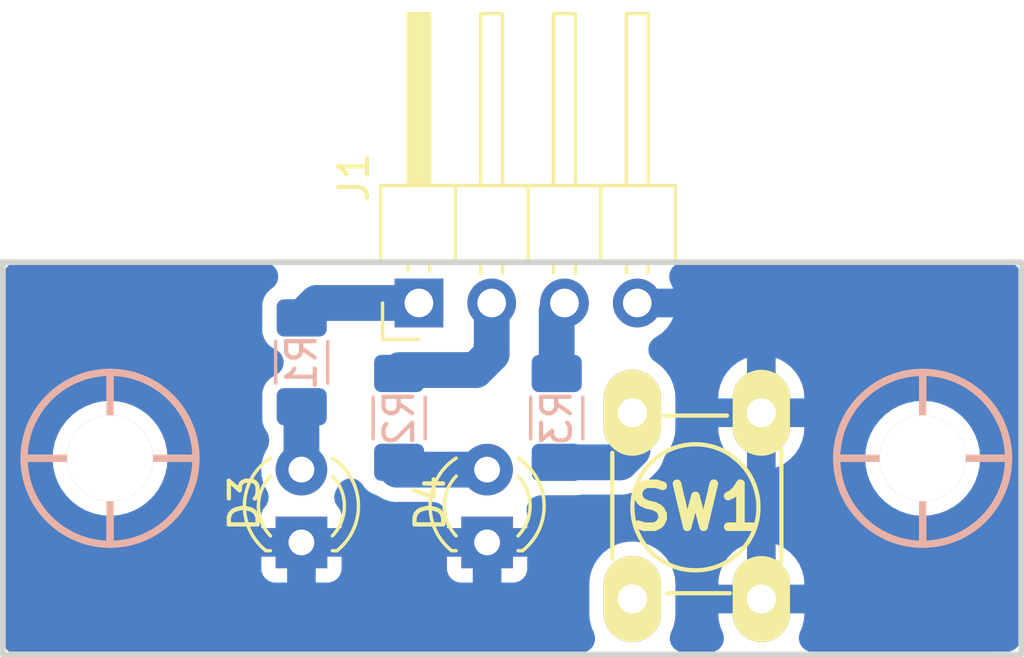
<source format=kicad_pcb>
(kicad_pcb (version 20221018) (generator pcbnew)
  (layers (0 "F.Cu" signal) (31 "B.Cu" signal) (34 "B.Paste" user) (35 "F.Paste" user) (36 "B.SilkS" user "B.Silkscreen") (37 "F.SilkS" user "F.Silkscreen") (38 "B.Mask" user) (39 "F.Mask" user) (44 "Edge.Cuts" user))
  (net 0 "")
  (net 1 "GND")
  (net 2 "Net-(D3-A)")
  (net 3 "Net-(D4-A)")
  (net 4 "/BT_Config")
  (net 5 "/LED_ConfigBT")
  (net 6 "/LED_ConfigWIFI")
  (net 7 "Net-(R3-Pad2)")
  (footprint "EESTN5:hole_3mm" (layer "F.Cu") (at 240.16 82.64)
    (fp_text reference "hole_3mm" hide)
    (fp_text value "VAL**" hide)
    (fp_circle (center 0 0) (end 3 0) (stroke (width 0.254)) (fill none) (layer "F.Cu"))
    (fp_line (start -3 0) (end 3 0) (stroke (width 0.254)) (layer "B.SilkS"))
    (fp_line (start 0 -3) (end 0 3) (stroke (width 0.254)) (layer "B.SilkS"))
    (fp_circle (center 0 0) (end 3 0) (stroke (width 0.254)) (fill none) (layer "B.SilkS"))
    (fp_line (start -3 0) (end 3 0) (stroke (width 0.254)) (layer "F.SilkS"))
    (fp_line (start 0 -3) (end 0 3) (stroke (width 0.254)) (layer "F.SilkS"))
    (pad "1" thru_hole circle (at 0 0) (size 3 3) (drill 3) (layers "*.Cu" "F.SilkS"))
  )
  (footprint "EESTN5:hole_3mm" (layer "F.Cu") (at 211.8 82.64)
    (fp_text reference "hole_3mm" hide)
    (fp_text value "VAL**" hide)
    (fp_circle (center 0 0) (end 3 0) (stroke (width 0.254)) (fill none) (layer "F.Cu"))
    (fp_line (start -3 0) (end 3 0) (stroke (width 0.254)) (layer "B.SilkS"))
    (fp_line (start 0 -3) (end 0 3) (stroke (width 0.254)) (layer "B.SilkS"))
    (fp_circle (center 0 0) (end 3 0) (stroke (width 0.254)) (fill none) (layer "B.SilkS"))
    (fp_line (start -3 0) (end 3 0) (stroke (width 0.254)) (layer "F.SilkS"))
    (fp_line (start 0 -3) (end 0 3) (stroke (width 0.254)) (layer "F.SilkS"))
    (pad "1" thru_hole circle (at 0 0) (size 3 3) (drill 3) (layers "*.Cu" "F.SilkS"))
  )
  (footprint "Connector_PinHeader_2.54mm:PinHeader_1x04_P2.54mm_Horizontal" (layer "F.Cu") (at 222.58 77.22 90)
    (fp_text reference "J1" (at 4.385 -2.27 90) (layer "F.SilkS"))
    (fp_text value "Screw_Terminal_01x04" hide)
    (fp_line (start -1.27 -1.27) (end 0 -1.27) (stroke (width 0.12)) (layer "F.SilkS"))
    (fp_line (start -1.27 0) (end -1.27 -1.27) (stroke (width 0.12)) (layer "F.SilkS"))
    (fp_line (start 1.042929 2.16) (end 1.44 2.16) (stroke (width 0.12)) (layer "F.SilkS"))
    (fp_line (start 1.042929 2.92) (end 1.44 2.92) (stroke (width 0.12)) (layer "F.SilkS"))
    (fp_line (start 1.042929 4.7) (end 1.44 4.7) (stroke (width 0.12)) (layer "F.SilkS"))
    (fp_line (start 1.042929 5.46) (end 1.44 5.46) (stroke (width 0.12)) (layer "F.SilkS"))
    (fp_line (start 1.042929 7.24) (end 1.44 7.24) (stroke (width 0.12)) (layer "F.SilkS"))
    (fp_line (start 1.042929 8) (end 1.44 8) (stroke (width 0.12)) (layer "F.SilkS"))
    (fp_line (start 1.11 -0.38) (end 1.44 -0.38) (stroke (width 0.12)) (layer "F.SilkS"))
    (fp_line (start 1.11 0.38) (end 1.44 0.38) (stroke (width 0.12)) (layer "F.SilkS"))
    (fp_line (start 1.44 -1.33) (end 1.44 8.95) (stroke (width 0.12)) (layer "F.SilkS"))
    (fp_line (start 1.44 1.27) (end 4.1 1.27) (stroke (width 0.12)) (layer "F.SilkS"))
    (fp_line (start 1.44 3.81) (end 4.1 3.81) (stroke (width 0.12)) (layer "F.SilkS"))
    (fp_line (start 1.44 6.35) (end 4.1 6.35) (stroke (width 0.12)) (layer "F.SilkS"))
    (fp_line (start 1.44 8.95) (end 4.1 8.95) (stroke (width 0.12)) (layer "F.SilkS"))
    (fp_line (start 4.1 -1.33) (end 1.44 -1.33) (stroke (width 0.12)) (layer "F.SilkS"))
    (fp_line (start 4.1 -0.38) (end 10.1 -0.38) (stroke (width 0.12)) (layer "F.SilkS"))
    (fp_line (start 4.1 -0.32) (end 10.1 -0.32) (stroke (width 0.12)) (layer "F.SilkS"))
    (fp_line (start 4.1 -0.2) (end 10.1 -0.2) (stroke (width 0.12)) (layer "F.SilkS"))
    (fp_line (start 4.1 -0.08) (end 10.1 -0.08) (stroke (width 0.12)) (layer "F.SilkS"))
    (fp_line (start 4.1 0.04) (end 10.1 0.04) (stroke (width 0.12)) (layer "F.SilkS"))
    (fp_line (start 4.1 0.16) (end 10.1 0.16) (stroke (width 0.12)) (layer "F.SilkS"))
    (fp_line (start 4.1 0.28) (end 10.1 0.28) (stroke (width 0.12)) (layer "F.SilkS"))
    (fp_line (start 4.1 2.16) (end 10.1 2.16) (stroke (width 0.12)) (layer "F.SilkS"))
    (fp_line (start 4.1 4.7) (end 10.1 4.7) (stroke (width 0.12)) (layer "F.SilkS"))
    (fp_line (start 4.1 7.24) (end 10.1 7.24) (stroke (width 0.12)) (layer "F.SilkS"))
    (fp_line (start 4.1 8.95) (end 4.1 -1.33) (stroke (width 0.12)) (layer "F.SilkS"))
    (fp_line (start 10.1 -0.38) (end 10.1 0.38) (stroke (width 0.12)) (layer "F.SilkS"))
    (fp_line (start 10.1 0.38) (end 4.1 0.38) (stroke (width 0.12)) (layer "F.SilkS"))
    (fp_line (start 10.1 2.16) (end 10.1 2.92) (stroke (width 0.12)) (layer "F.SilkS"))
    (fp_line (start 10.1 2.92) (end 4.1 2.92) (stroke (width 0.12)) (layer "F.SilkS"))
    (fp_line (start 10.1 4.7) (end 10.1 5.46) (stroke (width 0.12)) (layer "F.SilkS"))
    (fp_line (start 10.1 5.46) (end 4.1 5.46) (stroke (width 0.12)) (layer "F.SilkS"))
    (fp_line (start 10.1 7.24) (end 10.1 8) (stroke (width 0.12)) (layer "F.SilkS"))
    (fp_line (start 10.1 8) (end 4.1 8) (stroke (width 0.12)) (layer "F.SilkS"))
    (pad "1" thru_hole rect (at 0 0 90) (size 1.7 1.7) (drill 1) (layers "*.Cu" "*.Mask") (net 5 "/LED_ConfigBT"))
    (pad "2" thru_hole oval (at 0 2.54 90) (size 1.7 1.7) (drill 1) (layers "*.Cu" "*.Mask") (net 6 "/LED_ConfigWIFI"))
    (pad "3" thru_hole oval (at 0 5.08 90) (size 1.7 1.7) (drill 1) (layers "*.Cu" "*.Mask") (net 4 "/BT_Config"))
    (pad "4" thru_hole oval (at 0 7.62 90) (size 1.7 1.7) (drill 1) (layers "*.Cu" "*.Mask") (net 1 "GND"))
  )
  (footprint "EESTN5:Pulsador_TH_4" (layer "F.Cu") (at 232.28 84.3 180)
    (fp_text reference "SW1" (at 0.05 -0.05) (layer "F.SilkS") (effects (font (size 1.5 1.5) (thickness 0.3))))
    (fp_text value "SW_MEC_5E" hide)
    (fp_line (start -2.95 -1.95) (end -2.95 1.95) (stroke (width 0.15)) (layer "F.SilkS"))
    (fp_line (start -1.15 -3.05) (end 1.05 -3.05) (stroke (width 0.15)) (layer "F.SilkS"))
    (fp_line (start -1.05 3.15) (end 1.15 3.15) (stroke (width 0.15)) (layer "F.SilkS"))
    (fp_line (start 2.95 -1.85) (end 2.95 1.85) (stroke (width 0.15)) (layer "F.SilkS"))
    (fp_circle (center 0.05 -0.05) (end 0.05 2.15) (stroke (width 0.15)) (fill none) (layer "F.SilkS"))
    (pad "1" thru_hole oval (at 2.25 -3.25 180) (size 2 3) (drill 1.016) (layers "*.Cu" "*.Mask" "F.SilkS") (net 7 "Net-(R3-Pad2)"))
    (pad "2" thru_hole oval (at 2.25 3.25 180) (size 2 3) (drill 1.016) (layers "*.Cu" "*.Mask" "F.SilkS") (net 7 "Net-(R3-Pad2)"))
    (pad "3" thru_hole oval (at -2.25 -3.25 180) (size 2 3) (drill 1.016) (layers "*.Cu" "*.Mask" "F.SilkS") (net 1 "GND"))
    (pad "4" thru_hole oval (at -2.25 3.25 180) (size 2 3) (drill 1.016) (layers "*.Cu" "*.Mask" "F.SilkS") (net 1 "GND"))
  )
  (footprint "LED_THT:LED_D3.0mm" (layer "F.Cu") (at 224.96 85.575 90)
    (fp_text reference "D4" (at 1.366487 -1.987659 90) (layer "F.SilkS"))
    (fp_text value "LED" hide)
    (fp_line (start -0.29 -1.236) (end -0.29 -1.08) (stroke (width 0.12)) (layer "F.SilkS"))
    (fp_line (start -0.29 1.08) (end -0.29 1.236) (stroke (width 0.12)) (layer "F.SilkS"))
    (fp_arc (start -0.29 -1.235516) (mid 1.366487 -1.987659) (end 2.942335 -1.078608) (stroke (width 0.12)) (layer "F.SilkS"))
    (fp_arc (start 0.229039 -1.08) (mid 1.270117 -1.5) (end 2.31113 -1.079837) (stroke (width 0.12)) (layer "F.SilkS"))
    (fp_arc (start 2.31113 1.079837) (mid 1.270117 1.5) (end 0.229039 1.08) (stroke (width 0.12)) (layer "F.SilkS"))
    (fp_arc (start 2.942335 1.078608) (mid 1.366487 1.987659) (end -0.29 1.235516) (stroke (width 0.12)) (layer "F.SilkS"))
    (pad "1" thru_hole rect (at 0 0 90) (size 1.8 1.8) (drill 0.9) (layers "*.Cu" "*.Mask") (net 1 "GND"))
    (pad "2" thru_hole circle (at 2.54 0 90) (size 1.8 1.8) (drill 0.9) (layers "*.Cu" "*.Mask") (net 3 "Net-(D4-A)"))
  )
  (footprint "LED_THT:LED_D3.0mm" (layer "F.Cu") (at 218.48 85.575 90)
    (fp_text reference "D3" (at 1.366487 -1.987659 90) (layer "F.SilkS"))
    (fp_text value "LED" hide)
    (fp_line (start -0.29 -1.236) (end -0.29 -1.08) (stroke (width 0.12)) (layer "F.SilkS"))
    (fp_line (start -0.29 1.08) (end -0.29 1.236) (stroke (width 0.12)) (layer "F.SilkS"))
    (fp_arc (start -0.29 -1.235516) (mid 1.366487 -1.987659) (end 2.942335 -1.078608) (stroke (width 0.12)) (layer "F.SilkS"))
    (fp_arc (start 0.229039 -1.08) (mid 1.270117 -1.5) (end 2.31113 -1.079837) (stroke (width 0.12)) (layer "F.SilkS"))
    (fp_arc (start 2.31113 1.079837) (mid 1.270117 1.5) (end 0.229039 1.08) (stroke (width 0.12)) (layer "F.SilkS"))
    (fp_arc (start 2.942335 1.078608) (mid 1.366487 1.987659) (end -0.29 1.235516) (stroke (width 0.12)) (layer "F.SilkS"))
    (pad "1" thru_hole rect (at 0 0 90) (size 1.8 1.8) (drill 0.9) (layers "*.Cu" "*.Mask") (net 1 "GND"))
    (pad "2" thru_hole circle (at 2.54 0 90) (size 1.8 1.8) (drill 0.9) (layers "*.Cu" "*.Mask") (net 2 "Net-(D3-A)"))
  )
  (footprint "Resistor_SMD:R_1206_3216Metric_Pad1.30x1.75mm_HandSolder" (layer "B.Cu") (at 227.39 81.23 -90)
    (fp_text reference "R3" (at 0 0 90) (layer "B.SilkS") (effects (justify mirror)))
    (fp_text value "4,7k" hide)
    (fp_line (start -0.727064 -0.91) (end 0.727064 -0.91) (stroke (width 0.12)) (layer "B.SilkS"))
    (fp_line (start -0.727064 0.91) (end 0.727064 0.91) (stroke (width 0.12)) (layer "B.SilkS"))
    (pad "1" smd roundrect (at -1.55 0 270) (size 1.3 1.75) (layers "B.Cu" "B.Paste" "B.Mask") (roundrect_rratio 0.192308) (net 4 "/BT_Config"))
    (pad "2" smd roundrect (at 1.55 0 270) (size 1.3 1.75) (layers "B.Cu" "B.Paste" "B.Mask") (roundrect_rratio 0.192308) (net 7 "Net-(R3-Pad2)"))
  )
  (footprint "Resistor_SMD:R_1206_3216Metric_Pad1.30x1.75mm_HandSolder" (layer "B.Cu") (at 221.89 81.23 -90)
    (fp_text reference "R2" (at 0 0 90) (layer "B.SilkS") (effects (justify mirror)))
    (fp_text value "220" hide)
    (fp_line (start -0.727064 -0.91) (end 0.727064 -0.91) (stroke (width 0.12)) (layer "B.SilkS"))
    (fp_line (start -0.727064 0.91) (end 0.727064 0.91) (stroke (width 0.12)) (layer "B.SilkS"))
    (pad "1" smd roundrect (at -1.55 0 270) (size 1.3 1.75) (layers "B.Cu" "B.Paste" "B.Mask") (roundrect_rratio 0.192308) (net 6 "/LED_ConfigWIFI"))
    (pad "2" smd roundrect (at 1.55 0 270) (size 1.3 1.75) (layers "B.Cu" "B.Paste" "B.Mask") (roundrect_rratio 0.192308) (net 3 "Net-(D4-A)"))
  )
  (footprint "Resistor_SMD:R_1206_3216Metric_Pad1.30x1.75mm_HandSolder" (layer "B.Cu") (at 218.49 79.29 -90)
    (fp_text reference "R1" (at 0 0 90) (layer "B.SilkS") (effects (justify mirror)))
    (fp_text value "220" hide)
    (fp_line (start -0.727064 -0.91) (end 0.727064 -0.91) (stroke (width 0.12)) (layer "B.SilkS"))
    (fp_line (start -0.727064 0.91) (end 0.727064 0.91) (stroke (width 0.12)) (layer "B.SilkS"))
    (pad "1" smd roundrect (at -1.55 0 270) (size 1.3 1.75) (layers "B.Cu" "B.Paste" "B.Mask") (roundrect_rratio 0.192308) (net 5 "/LED_ConfigBT"))
    (pad "2" smd roundrect (at 1.55 0 270) (size 1.3 1.75) (layers "B.Cu" "B.Paste" "B.Mask") (roundrect_rratio 0.192308) (net 2 "Net-(D3-A)"))
  )
  (gr_rect (start 208.06 75.795) (end 243.6 89.485) (stroke (width 0.2)) (fill none) (layer "Edge.Cuts"))
  (segment (start 218.48 80.85) (end 218.49 80.84) (width 1.25) (layer "B.Cu") (net 2))
  (segment (start 218.48 83.035) (end 218.48 80.85) (width 1.25) (layer "B.Cu") (net 2))
  (segment (start 221.815 83.035) (end 221.75 82.97) (width 1.25) (layer "B.Cu") (net 3))
  (segment (start 224.96 83.035) (end 221.815 83.035) (width 1.25) (layer "B.Cu") (net 3))
  (segment (start 227.39 77.49) (end 227.66 77.22) (width 1.25) (layer "B.Cu") (net 4))
  (segment (start 227.39 79.68) (end 227.39 77.49) (width 1.25) (layer "B.Cu") (net 4))
  (segment (start 222.58 77.22) (end 219.01 77.22) (width 1.25) (layer "B.Cu") (net 5))
  (segment (start 219.01 77.22) (end 218.49 77.74) (width 1.25) (layer "B.Cu") (net 5))
  (segment (start 224.56 79.56) (end 225.12 79) (width 1.25) (layer "B.Cu") (net 6))
  (segment (start 225.12 79) (end 225.12 77.22) (width 1.25) (layer "B.Cu") (net 6))
  (segment (start 221.91 79.56) (end 224.56 79.56) (width 1.25) (layer "B.Cu") (net 6))
  (segment (start 230.03 87.8) (end 230.08 87.85) (width 1.25) (layer "B.Cu") (net 7))
  (segment (start 230.03 81.09) (end 230.03 81.05) (width 1.25) (layer "B.Cu") (net 7))
  (segment (start 229.61 82.78) (end 230.03 82.36) (width 1.25) (layer "B.Cu") (net 7))
  (segment (start 230.03 82.36) (end 230.03 81.05) (width 1.25) (layer "B.Cu") (net 7))
  (segment (start 227.39 82.78) (end 229.61 82.78) (width 1.25) (layer "B.Cu") (net 7))
  (segment (start 230.03 87.55) (end 230.03 87.8) (width 1.25) (layer "B.Cu") (net 7))
  (zone (net 1) (net_name "GND") (layer "B.Cu") (connect_pads (clearance 0.5)) (min_thickness 1) (fill yes (thermal_gap 0.5) (thermal_bridge_width 1))
    (polygon (pts (xy 243.6 89.39) (xy 208.06 89.48) (xy 208.07 75.8) (xy 243.6 75.8)))
  )
)
</source>
